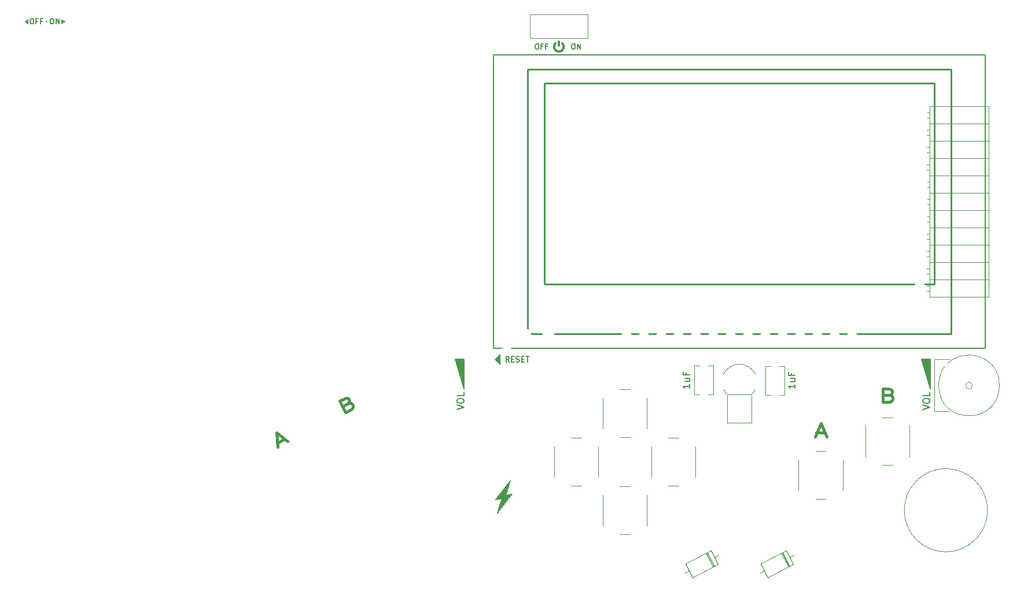
<source format=gbr>
G04 #@! TF.GenerationSoftware,KiCad,Pcbnew,(5.1.9-0-10_14)*
G04 #@! TF.CreationDate,2021-02-11T14:44:49-08:00*
G04 #@! TF.ProjectId,system,73797374-656d-42e6-9b69-6361645f7063,rev?*
G04 #@! TF.SameCoordinates,Original*
G04 #@! TF.FileFunction,Legend,Top*
G04 #@! TF.FilePolarity,Positive*
%FSLAX46Y46*%
G04 Gerber Fmt 4.6, Leading zero omitted, Abs format (unit mm)*
G04 Created by KiCad (PCBNEW (5.1.9-0-10_14)) date 2021-02-11 14:44:49*
%MOMM*%
%LPD*%
G01*
G04 APERTURE LIST*
%ADD10C,0.381000*%
%ADD11C,0.150000*%
%ADD12C,0.100000*%
%ADD13C,0.177800*%
%ADD14C,0.304800*%
%ADD15C,0.120000*%
%ADD16C,0.050800*%
%ADD17C,0.250000*%
%ADD18C,0.300000*%
%ADD19C,3.851600*%
%ADD20C,1.851600*%
%ADD21C,1.401600*%
%ADD22C,0.609600*%
%ADD23O,1.801600X1.801600*%
%ADD24C,1.801600*%
%ADD25C,5.501599*%
%ADD26C,5.501600*%
%ADD27C,1.701600*%
%ADD28O,1.701600X1.701600*%
%ADD29C,1.625600*%
%ADD30C,2.201600*%
%ADD31C,1.621600*%
%ADD32C,2.101600*%
G04 APERTURE END LIST*
D10*
X161562428Y-123307928D02*
X161925285Y-123398642D01*
X162046238Y-123489357D01*
X162167190Y-123670785D01*
X162167190Y-123942928D01*
X162046238Y-124124357D01*
X161925285Y-124215071D01*
X161683380Y-124305785D01*
X160715761Y-124305785D01*
X160715761Y-122400785D01*
X161562428Y-122400785D01*
X161804333Y-122491500D01*
X161925285Y-122582214D01*
X162046238Y-122763642D01*
X162046238Y-122945071D01*
X161925285Y-123126500D01*
X161804333Y-123217214D01*
X161562428Y-123307928D01*
X160715761Y-123307928D01*
X150997238Y-128841500D02*
X152206761Y-128841500D01*
X150755333Y-129385785D02*
X151602000Y-127480785D01*
X152448666Y-129385785D01*
D11*
X38354000Y-68580000D02*
G75*
G03*
X38354000Y-68580000I-63500J0D01*
G01*
D12*
G36*
X40957500Y-68580000D02*
G01*
X40513000Y-68897500D01*
X40513000Y-68262500D01*
X40957500Y-68580000D01*
G37*
X40957500Y-68580000D02*
X40513000Y-68897500D01*
X40513000Y-68262500D01*
X40957500Y-68580000D01*
G36*
X35560000Y-68897500D02*
G01*
X35115500Y-68580000D01*
X35560000Y-68262500D01*
X35560000Y-68897500D01*
G37*
X35560000Y-68897500D02*
X35115500Y-68580000D01*
X35560000Y-68262500D01*
X35560000Y-68897500D01*
D13*
X115352285Y-71845714D02*
X115497428Y-71845714D01*
X115570000Y-71882000D01*
X115642571Y-71954571D01*
X115678857Y-72099714D01*
X115678857Y-72353714D01*
X115642571Y-72498857D01*
X115570000Y-72571428D01*
X115497428Y-72607714D01*
X115352285Y-72607714D01*
X115279714Y-72571428D01*
X115207142Y-72498857D01*
X115170857Y-72353714D01*
X115170857Y-72099714D01*
X115207142Y-71954571D01*
X115279714Y-71882000D01*
X115352285Y-71845714D01*
X116005428Y-72607714D02*
X116005428Y-71845714D01*
X116440857Y-72607714D01*
X116440857Y-71845714D01*
X39025285Y-68162714D02*
X39170428Y-68162714D01*
X39243000Y-68199000D01*
X39315571Y-68271571D01*
X39351857Y-68416714D01*
X39351857Y-68670714D01*
X39315571Y-68815857D01*
X39243000Y-68888428D01*
X39170428Y-68924714D01*
X39025285Y-68924714D01*
X38952714Y-68888428D01*
X38880142Y-68815857D01*
X38843857Y-68670714D01*
X38843857Y-68416714D01*
X38880142Y-68271571D01*
X38952714Y-68199000D01*
X39025285Y-68162714D01*
X39678428Y-68924714D02*
X39678428Y-68162714D01*
X40113857Y-68924714D01*
X40113857Y-68162714D01*
X36104285Y-68162714D02*
X36249428Y-68162714D01*
X36322000Y-68199000D01*
X36394571Y-68271571D01*
X36430857Y-68416714D01*
X36430857Y-68670714D01*
X36394571Y-68815857D01*
X36322000Y-68888428D01*
X36249428Y-68924714D01*
X36104285Y-68924714D01*
X36031714Y-68888428D01*
X35959142Y-68815857D01*
X35922857Y-68670714D01*
X35922857Y-68416714D01*
X35959142Y-68271571D01*
X36031714Y-68199000D01*
X36104285Y-68162714D01*
X37011428Y-68525571D02*
X36757428Y-68525571D01*
X36757428Y-68924714D02*
X36757428Y-68162714D01*
X37120285Y-68162714D01*
X37664571Y-68525571D02*
X37410571Y-68525571D01*
X37410571Y-68924714D02*
X37410571Y-68162714D01*
X37773428Y-68162714D01*
D12*
G36*
X104267000Y-140716000D02*
G01*
X105029000Y-138049000D01*
X106426000Y-137795000D01*
X104267000Y-140716000D01*
G37*
X104267000Y-140716000D02*
X105029000Y-138049000D01*
X106426000Y-137795000D01*
X104267000Y-140716000D01*
G36*
X105410000Y-138430000D02*
G01*
X104013000Y-138684000D01*
X106172000Y-135763000D01*
X105410000Y-138430000D01*
G37*
X105410000Y-138430000D02*
X104013000Y-138684000D01*
X106172000Y-135763000D01*
X105410000Y-138430000D01*
G36*
X104648000Y-118872000D02*
G01*
X103886000Y-118110000D01*
X104648000Y-117348000D01*
X104648000Y-118872000D01*
G37*
X104648000Y-118872000D02*
X103886000Y-118110000D01*
X104648000Y-117348000D01*
X104648000Y-118872000D01*
D14*
X113284000Y-71501000D02*
X113284000Y-72136000D01*
X112776000Y-71755000D02*
G75*
G03*
X113792000Y-71755000I508000J-508000D01*
G01*
D13*
X110018285Y-71845714D02*
X110163428Y-71845714D01*
X110236000Y-71882000D01*
X110308571Y-71954571D01*
X110344857Y-72099714D01*
X110344857Y-72353714D01*
X110308571Y-72498857D01*
X110236000Y-72571428D01*
X110163428Y-72607714D01*
X110018285Y-72607714D01*
X109945714Y-72571428D01*
X109873142Y-72498857D01*
X109836857Y-72353714D01*
X109836857Y-72099714D01*
X109873142Y-71954571D01*
X109945714Y-71882000D01*
X110018285Y-71845714D01*
X110925428Y-72208571D02*
X110671428Y-72208571D01*
X110671428Y-72607714D02*
X110671428Y-71845714D01*
X111034285Y-71845714D01*
X111578571Y-72208571D02*
X111324571Y-72208571D01*
X111324571Y-72607714D02*
X111324571Y-71845714D01*
X111687428Y-71845714D01*
D11*
G36*
X98171000Y-118110000D02*
G01*
X99421000Y-122428000D01*
X99421000Y-118110000D01*
X98171000Y-118110000D01*
G37*
X98171000Y-118110000D02*
X99421000Y-122428000D01*
X99421000Y-118110000D01*
X98171000Y-118110000D01*
D15*
X168224000Y-125730000D02*
X168224000Y-118110000D01*
X168224000Y-125730000D02*
X170434000Y-125730000D01*
X177749000Y-121920000D02*
G75*
G03*
X177749000Y-121920000I-4445000J0D01*
G01*
X168224000Y-118110000D02*
X170434000Y-118110000D01*
X173804000Y-121920000D02*
G75*
G03*
X173804000Y-121920000I-500000J0D01*
G01*
D11*
G36*
X166370000Y-118110000D02*
G01*
X167620000Y-122428000D01*
X167620000Y-118110000D01*
X166370000Y-118110000D01*
G37*
X166370000Y-118110000D02*
X167620000Y-122428000D01*
X167620000Y-118110000D01*
X166370000Y-118110000D01*
D15*
X167576000Y-97176000D02*
X167226000Y-97176000D01*
X167576000Y-97896000D02*
X167226000Y-97896000D01*
X176206000Y-108966000D02*
X176206000Y-96266000D01*
X167576000Y-102256000D02*
X167166000Y-102256000D01*
X167576000Y-102976000D02*
X167166000Y-102976000D01*
X176206000Y-106426000D02*
X167576000Y-106426000D01*
X176206000Y-101346000D02*
X167576000Y-101346000D01*
X176206000Y-98806000D02*
X167576000Y-98806000D01*
X167576000Y-108966000D02*
X167576000Y-96266000D01*
X167576000Y-104796000D02*
X167166000Y-104796000D01*
X167576000Y-105516000D02*
X167166000Y-105516000D01*
X167576000Y-99716000D02*
X167166000Y-99716000D01*
X167576000Y-100436000D02*
X167166000Y-100436000D01*
X176206000Y-103886000D02*
X167576000Y-103886000D01*
X176206000Y-108966000D02*
X167576000Y-108966000D01*
X167576000Y-81936000D02*
X167226000Y-81936000D01*
X167576000Y-82656000D02*
X167226000Y-82656000D01*
X167576000Y-94636000D02*
X167226000Y-94636000D01*
X167576000Y-95356000D02*
X167226000Y-95356000D01*
X176206000Y-81026000D02*
X167576000Y-81026000D01*
X176206000Y-96266000D02*
X167576000Y-96266000D01*
X176206000Y-96266000D02*
X176206000Y-81026000D01*
X176206000Y-83566000D02*
X167576000Y-83566000D01*
X167576000Y-96266000D02*
X167576000Y-81026000D01*
X176206000Y-93726000D02*
X167576000Y-93726000D01*
X176206000Y-86106000D02*
X167576000Y-86106000D01*
X176206000Y-88646000D02*
X167576000Y-88646000D01*
X176206000Y-91186000D02*
X167576000Y-91186000D01*
X167576000Y-84476000D02*
X167166000Y-84476000D01*
X167576000Y-85196000D02*
X167166000Y-85196000D01*
X167576000Y-87016000D02*
X167166000Y-87016000D01*
X167576000Y-87736000D02*
X167166000Y-87736000D01*
X167576000Y-89556000D02*
X167166000Y-89556000D01*
X167576000Y-90276000D02*
X167166000Y-90276000D01*
X167576000Y-92096000D02*
X167226000Y-92096000D01*
X167576000Y-92816000D02*
X167226000Y-92816000D01*
X167576000Y-108056000D02*
X167166000Y-108056000D01*
X167576000Y-107336000D02*
X167166000Y-107336000D01*
X176026000Y-140208000D02*
G75*
G03*
X176026000Y-140208000I-6100000J0D01*
G01*
X135863000Y-119018000D02*
X135863000Y-123258000D01*
X133123000Y-119018000D02*
X133123000Y-123258000D01*
X135863000Y-119018000D02*
X135158000Y-119018000D01*
X133828000Y-119018000D02*
X133123000Y-119018000D01*
X135863000Y-123258000D02*
X135158000Y-123258000D01*
X133828000Y-123258000D02*
X133123000Y-123258000D01*
X145572000Y-119058000D02*
X146277000Y-119058000D01*
X143537000Y-119058000D02*
X144242000Y-119058000D01*
X145572000Y-123298000D02*
X146277000Y-123298000D01*
X143537000Y-123298000D02*
X144242000Y-123298000D01*
X146277000Y-123298000D02*
X146277000Y-119058000D01*
X143537000Y-123298000D02*
X143537000Y-119058000D01*
X147075904Y-148392332D02*
X146041587Y-146405428D01*
X146863021Y-148503152D02*
X145828704Y-146516248D01*
X146969462Y-148447742D02*
X145935145Y-146460838D01*
X142753469Y-149379782D02*
X143330026Y-149079645D01*
X147667509Y-146821695D02*
X147090952Y-147121831D01*
X143847184Y-150073097D02*
X147608110Y-148115283D01*
X142812867Y-148086193D02*
X143847184Y-150073097D01*
X146573793Y-146128379D02*
X142812867Y-148086193D01*
X147608110Y-148115283D02*
X146573793Y-146128379D01*
X136587133Y-148115283D02*
X135552816Y-146128379D01*
X135552816Y-146128379D02*
X131791890Y-148086193D01*
X131791890Y-148086193D02*
X132826207Y-150073097D01*
X132826207Y-150073097D02*
X136587133Y-148115283D01*
X136646532Y-146821695D02*
X136069975Y-147121831D01*
X131732492Y-149379782D02*
X132309049Y-149079645D01*
X135948485Y-148447742D02*
X134914168Y-146460838D01*
X135842044Y-148503152D02*
X134807727Y-146516248D01*
X136054927Y-148392332D02*
X135020610Y-146405428D01*
X109029500Y-67513200D02*
X117538500Y-67513200D01*
X109029500Y-71018400D02*
X109029500Y-67513200D01*
X117538500Y-71018400D02*
X117538500Y-67513200D01*
X109029500Y-71018400D02*
X117538500Y-71018400D01*
X137900000Y-123262000D02*
X141500000Y-123262000D01*
D16*
X137922000Y-123444000D02*
X137922000Y-127381000D01*
X137922000Y-127381000D02*
X141478000Y-127381000D01*
X141478000Y-127381000D02*
X141478000Y-123444000D01*
D15*
X142024184Y-122534795D02*
G75*
G02*
X141500000Y-123262000I-2324184J1122795D01*
G01*
X142056400Y-120313193D02*
G75*
G03*
X139700000Y-118812000I-2356400J-1098807D01*
G01*
X137343600Y-120313193D02*
G75*
G02*
X139700000Y-118812000I2356400J-1098807D01*
G01*
X137375816Y-122534795D02*
G75*
G03*
X137900000Y-123262000I2324184J1122795D01*
G01*
D11*
X103700000Y-73496000D02*
X175700000Y-73496000D01*
X103700000Y-116496000D02*
X175700000Y-116496000D01*
X175700000Y-73496000D02*
X175700000Y-116496000D01*
X103700000Y-73496000D02*
X103700000Y-116496000D01*
D17*
X111200000Y-77596000D02*
X168200000Y-77596000D01*
X111200000Y-107096000D02*
X168200000Y-107096000D01*
X108700000Y-75596000D02*
X170700000Y-75596000D01*
X108700000Y-75596000D02*
X108700000Y-114396000D01*
X170700000Y-75596000D02*
X170700000Y-114396000D01*
X108700000Y-114396000D02*
X170700000Y-114396000D01*
X111200000Y-77596000D02*
X111200000Y-107096000D01*
X168200000Y-77596000D02*
X168200000Y-107096000D01*
D15*
X152352000Y-131553000D02*
X150852000Y-131553000D01*
X148352000Y-132803000D02*
X148352000Y-137303000D01*
X150852000Y-138553000D02*
X152352000Y-138553000D01*
X154852000Y-137303000D02*
X154852000Y-132803000D01*
X164631000Y-132350000D02*
X164631000Y-127850000D01*
X160631000Y-133600000D02*
X162131000Y-133600000D01*
X158131000Y-127850000D02*
X158131000Y-132350000D01*
X162131000Y-126600000D02*
X160631000Y-126600000D01*
X123686000Y-122484000D02*
X122186000Y-122484000D01*
X119686000Y-123734000D02*
X119686000Y-128234000D01*
X122186000Y-129484000D02*
X123686000Y-129484000D01*
X126186000Y-128234000D02*
X126186000Y-123734000D01*
X122186000Y-143708000D02*
X123686000Y-143708000D01*
X126186000Y-142458000D02*
X126186000Y-137958000D01*
X123686000Y-136708000D02*
X122186000Y-136708000D01*
X119686000Y-137958000D02*
X119686000Y-142458000D01*
X119074000Y-135346000D02*
X119074000Y-130846000D01*
X115074000Y-136596000D02*
X116574000Y-136596000D01*
X112574000Y-130846000D02*
X112574000Y-135346000D01*
X116574000Y-129596000D02*
X115074000Y-129596000D01*
X126798000Y-130846000D02*
X126798000Y-135346000D01*
X130798000Y-129596000D02*
X129298000Y-129596000D01*
X133298000Y-135346000D02*
X133298000Y-130846000D01*
X129298000Y-136596000D02*
X130798000Y-136596000D01*
D10*
X72067344Y-130322853D02*
X73140205Y-129764357D01*
X72104095Y-130917340D02*
X71975467Y-128836637D01*
X73606100Y-130135446D01*
X82334268Y-124604508D02*
X82698013Y-124517424D01*
X82847186Y-124542039D01*
X83038247Y-124647119D01*
X83163909Y-124888512D01*
X83140397Y-125105291D01*
X83074998Y-125241605D01*
X82902313Y-125433769D01*
X82044024Y-125880566D01*
X81164393Y-124190810D01*
X81915396Y-123799863D01*
X82171855Y-123768628D01*
X82321028Y-123793243D01*
X82512089Y-123898323D01*
X82595863Y-124059252D01*
X82572352Y-124276030D01*
X82506953Y-124412345D01*
X82334268Y-124604508D01*
X81583265Y-124995455D01*
D13*
X98376619Y-125488095D02*
X99392619Y-125149428D01*
X98376619Y-124810761D01*
X98376619Y-124278571D02*
X98376619Y-124085047D01*
X98425000Y-123988285D01*
X98521761Y-123891523D01*
X98715285Y-123843142D01*
X99053952Y-123843142D01*
X99247476Y-123891523D01*
X99344238Y-123988285D01*
X99392619Y-124085047D01*
X99392619Y-124278571D01*
X99344238Y-124375333D01*
X99247476Y-124472095D01*
X99053952Y-124520476D01*
X98715285Y-124520476D01*
X98521761Y-124472095D01*
X98425000Y-124375333D01*
X98376619Y-124278571D01*
X99392619Y-122923904D02*
X99392619Y-123407714D01*
X98376619Y-123407714D01*
X166575619Y-125488095D02*
X167591619Y-125149428D01*
X166575619Y-124810761D01*
X166575619Y-124278571D02*
X166575619Y-124085047D01*
X166624000Y-123988285D01*
X166720761Y-123891523D01*
X166914285Y-123843142D01*
X167252952Y-123843142D01*
X167446476Y-123891523D01*
X167543238Y-123988285D01*
X167591619Y-124085047D01*
X167591619Y-124278571D01*
X167543238Y-124375333D01*
X167446476Y-124472095D01*
X167252952Y-124520476D01*
X166914285Y-124520476D01*
X166720761Y-124472095D01*
X166624000Y-124375333D01*
X166575619Y-124278571D01*
X167591619Y-122923904D02*
X167591619Y-123407714D01*
X166575619Y-123407714D01*
D11*
X132445380Y-121733238D02*
X132445380Y-122304666D01*
X132445380Y-122018952D02*
X131445380Y-122018952D01*
X131588238Y-122114190D01*
X131683476Y-122209428D01*
X131731095Y-122304666D01*
X131778714Y-120876095D02*
X132445380Y-120876095D01*
X131778714Y-121304666D02*
X132302523Y-121304666D01*
X132397761Y-121257047D01*
X132445380Y-121161809D01*
X132445380Y-121018952D01*
X132397761Y-120923714D01*
X132350142Y-120876095D01*
X131921571Y-120066571D02*
X131921571Y-120399904D01*
X132445380Y-120399904D02*
X131445380Y-120399904D01*
X131445380Y-119923714D01*
X147859380Y-121773238D02*
X147859380Y-122344666D01*
X147859380Y-122058952D02*
X146859380Y-122058952D01*
X147002238Y-122154190D01*
X147097476Y-122249428D01*
X147145095Y-122344666D01*
X147192714Y-120916095D02*
X147859380Y-120916095D01*
X147192714Y-121344666D02*
X147716523Y-121344666D01*
X147811761Y-121297047D01*
X147859380Y-121201809D01*
X147859380Y-121058952D01*
X147811761Y-120963714D01*
X147764142Y-120916095D01*
X147335571Y-120106571D02*
X147335571Y-120439904D01*
X147859380Y-120439904D02*
X146859380Y-120439904D01*
X146859380Y-119963714D01*
X106026095Y-118471904D02*
X105759428Y-118090952D01*
X105568952Y-118471904D02*
X105568952Y-117671904D01*
X105873714Y-117671904D01*
X105949904Y-117710000D01*
X105988000Y-117748095D01*
X106026095Y-117824285D01*
X106026095Y-117938571D01*
X105988000Y-118014761D01*
X105949904Y-118052857D01*
X105873714Y-118090952D01*
X105568952Y-118090952D01*
X106368952Y-118052857D02*
X106635619Y-118052857D01*
X106749904Y-118471904D02*
X106368952Y-118471904D01*
X106368952Y-117671904D01*
X106749904Y-117671904D01*
X107054666Y-118433809D02*
X107168952Y-118471904D01*
X107359428Y-118471904D01*
X107435619Y-118433809D01*
X107473714Y-118395714D01*
X107511809Y-118319523D01*
X107511809Y-118243333D01*
X107473714Y-118167142D01*
X107435619Y-118129047D01*
X107359428Y-118090952D01*
X107207047Y-118052857D01*
X107130857Y-118014761D01*
X107092761Y-117976666D01*
X107054666Y-117900476D01*
X107054666Y-117824285D01*
X107092761Y-117748095D01*
X107130857Y-117710000D01*
X107207047Y-117671904D01*
X107397523Y-117671904D01*
X107511809Y-117710000D01*
X107854666Y-118052857D02*
X108121333Y-118052857D01*
X108235619Y-118471904D02*
X107854666Y-118471904D01*
X107854666Y-117671904D01*
X108235619Y-117671904D01*
X108464190Y-117671904D02*
X108921333Y-117671904D01*
X108692761Y-118471904D02*
X108692761Y-117671904D01*
%LPC*%
D18*
X77141378Y-138760262D02*
G75*
G02*
X73281622Y-131345738I-1929878J3707262D01*
G01*
X83060622Y-126392738D02*
G75*
G02*
X86920378Y-133807262I1929878J-3707262D01*
G01*
X86920378Y-133807262D02*
X77141378Y-138760262D01*
X83060622Y-126392738D02*
X73281622Y-131345738D01*
D11*
X37395000Y-66865500D02*
X37395000Y-67691000D01*
X36895000Y-66865500D02*
X36895000Y-67691000D01*
X36395000Y-66865500D02*
X36395000Y-67691000D01*
X40513000Y-67691000D02*
G75*
G02*
X40513000Y-69469000I0J-889000D01*
G01*
X35560000Y-69469000D02*
G75*
G02*
X35560000Y-67691000I0J889000D01*
G01*
X35560000Y-67691000D02*
X40513000Y-67691000D01*
X40513000Y-69469000D02*
X35560000Y-69469000D01*
D18*
X93654500Y-66675000D02*
X93654500Y-73660000D01*
X32964500Y-66675000D02*
X32964500Y-73660000D01*
X25400000Y-73660000D02*
X100965000Y-73660000D01*
X53657500Y-133096000D02*
G75*
G03*
X53657500Y-133096000I-7112000J0D01*
G01*
D19*
X249999500Y-70104000D03*
X232854500Y-151130000D03*
X182181500Y-70104000D03*
X182181500Y-151130000D03*
D20*
X156210000Y-109920000D03*
X153670000Y-109920000D03*
X151130000Y-109920000D03*
X148590000Y-109920000D03*
X146050000Y-109920000D03*
X143510000Y-109920000D03*
X140970000Y-109920000D03*
X138430000Y-109920000D03*
X135890000Y-109920000D03*
X133350000Y-109920000D03*
X130810000Y-109920000D03*
X128270000Y-109920000D03*
X125730000Y-109920000D03*
X123190000Y-109920000D03*
X123190000Y-115000000D03*
X125730000Y-115000000D03*
X128270000Y-115000000D03*
X130810000Y-115000000D03*
X133350000Y-115000000D03*
X135890000Y-115000000D03*
X156210000Y-115000000D03*
X153670000Y-115000000D03*
X151130000Y-115000000D03*
X148590000Y-115000000D03*
X146050000Y-115000000D03*
X143510000Y-115000000D03*
X138430000Y-115000000D03*
X140970000Y-115000000D03*
D21*
X170434000Y-121920000D03*
X170434000Y-124460000D03*
X170434000Y-119380000D03*
D19*
X97218500Y-70104000D03*
X80073500Y-151130000D03*
X29400500Y-70104000D03*
X29400500Y-151130000D03*
D22*
X178911000Y-131318000D03*
X178911000Y-130429000D03*
X178911000Y-132207000D03*
X176879000Y-130429000D03*
X176879000Y-131318000D03*
X176879000Y-132207000D03*
X176879000Y-97028000D03*
X176879000Y-96139000D03*
X176879000Y-95250000D03*
X178911000Y-97028000D03*
X178911000Y-95250000D03*
X178911000Y-96139000D03*
X100489000Y-96139000D03*
X100489000Y-97028000D03*
X100489000Y-95250000D03*
X102521000Y-97028000D03*
X102521000Y-96139000D03*
X102521000Y-95250000D03*
X102521000Y-130429000D03*
X102521000Y-131318000D03*
X102521000Y-132207000D03*
X100489000Y-130429000D03*
X100489000Y-132207000D03*
X100489000Y-131318000D03*
D23*
X166116000Y-107696000D03*
X166116000Y-97536000D03*
X166116000Y-105156000D03*
X166116000Y-100076000D03*
X166116000Y-102616000D03*
X166116000Y-82296000D03*
D24*
X166116000Y-94996000D03*
D23*
X166116000Y-84836000D03*
X166116000Y-87376000D03*
X166116000Y-89916000D03*
D24*
X166116000Y-92456000D03*
D25*
X105791000Y-151130000D03*
X105791000Y-70104000D03*
X156464000Y-151130000D03*
D26*
X173609000Y-70104000D03*
D20*
X172426000Y-140208000D03*
X167426000Y-140208000D03*
D27*
X134493000Y-119888000D03*
X134493000Y-122388000D03*
X144907000Y-119928000D03*
X144907000Y-122428000D03*
G36*
G01*
X142585646Y-149467144D02*
X142585646Y-149467144D01*
G75*
G02*
X142223833Y-150614669I-754669J-392856D01*
G01*
X142223833Y-150614669D01*
G75*
G02*
X141076308Y-150252856I-392856J754669D01*
G01*
X141076308Y-150252856D01*
G75*
G02*
X141438121Y-149105331I754669J392856D01*
G01*
X141438121Y-149105331D01*
G75*
G02*
X142585646Y-149467144I392856J-754669D01*
G01*
G37*
G36*
G01*
X148975270Y-145239011D02*
X149714068Y-146658229D01*
G75*
G02*
X149692465Y-146726746I-45060J-23457D01*
G01*
X148273247Y-147465544D01*
G75*
G02*
X148204730Y-147443941I-23457J45060D01*
G01*
X147465932Y-146024723D01*
G75*
G02*
X147487535Y-145956206I45060J23457D01*
G01*
X148906753Y-145217408D01*
G75*
G02*
X148975270Y-145239011I23457J-45060D01*
G01*
G37*
G36*
G01*
X137954293Y-145239011D02*
X138693091Y-146658229D01*
G75*
G02*
X138671488Y-146726746I-45060J-23457D01*
G01*
X137252270Y-147465544D01*
G75*
G02*
X137183753Y-147443941I-23457J45060D01*
G01*
X136444955Y-146024723D01*
G75*
G02*
X136466558Y-145956206I45060J23457D01*
G01*
X137885776Y-145217408D01*
G75*
G02*
X137954293Y-145239011I23457J-45060D01*
G01*
G37*
G36*
G01*
X131564669Y-149467144D02*
X131564669Y-149467144D01*
G75*
G02*
X131202856Y-150614669I-754669J-392856D01*
G01*
X131202856Y-150614669D01*
G75*
G02*
X130055331Y-150252856I-392856J754669D01*
G01*
X130055331Y-150252856D01*
G75*
G02*
X130417144Y-149105331I754669J392856D01*
G01*
X130417144Y-149105331D01*
G75*
G02*
X131564669Y-149467144I392856J-754669D01*
G01*
G37*
X111760000Y-114300000D03*
D28*
X111760000Y-121920000D03*
D29*
X110794800Y-70104000D03*
X113284000Y-70104000D03*
X115773200Y-70104000D03*
D30*
X108154000Y-121584000D03*
D20*
X105664000Y-120324000D03*
X105664000Y-115824000D03*
D30*
X108154000Y-114574000D03*
D24*
X114554000Y-145161000D03*
X112014000Y-145161000D03*
X117094000Y-145161000D03*
X109474000Y-145161000D03*
D31*
X137160000Y-121412000D03*
X142240000Y-121412000D03*
X139700000Y-121412000D03*
D24*
X106200000Y-102616000D03*
X106200000Y-100076000D03*
X106200000Y-97536000D03*
X106200000Y-94996000D03*
X106200000Y-92456000D03*
X106200000Y-89916000D03*
X106200000Y-87376000D03*
D32*
X149352000Y-131803000D03*
X153852000Y-131803000D03*
X149352000Y-138303000D03*
X153852000Y-138303000D03*
X163631000Y-133350000D03*
X159131000Y-133350000D03*
X163631000Y-126850000D03*
X159131000Y-126850000D03*
X120686000Y-122734000D03*
X125186000Y-122734000D03*
X120686000Y-129234000D03*
X125186000Y-129234000D03*
X125186000Y-143458000D03*
X120686000Y-143458000D03*
X125186000Y-136958000D03*
X120686000Y-136958000D03*
X118074000Y-136346000D03*
X113574000Y-136346000D03*
X118074000Y-129846000D03*
X113574000Y-129846000D03*
X127798000Y-129846000D03*
X132298000Y-129846000D03*
X127798000Y-136346000D03*
X132298000Y-136346000D03*
M02*

</source>
